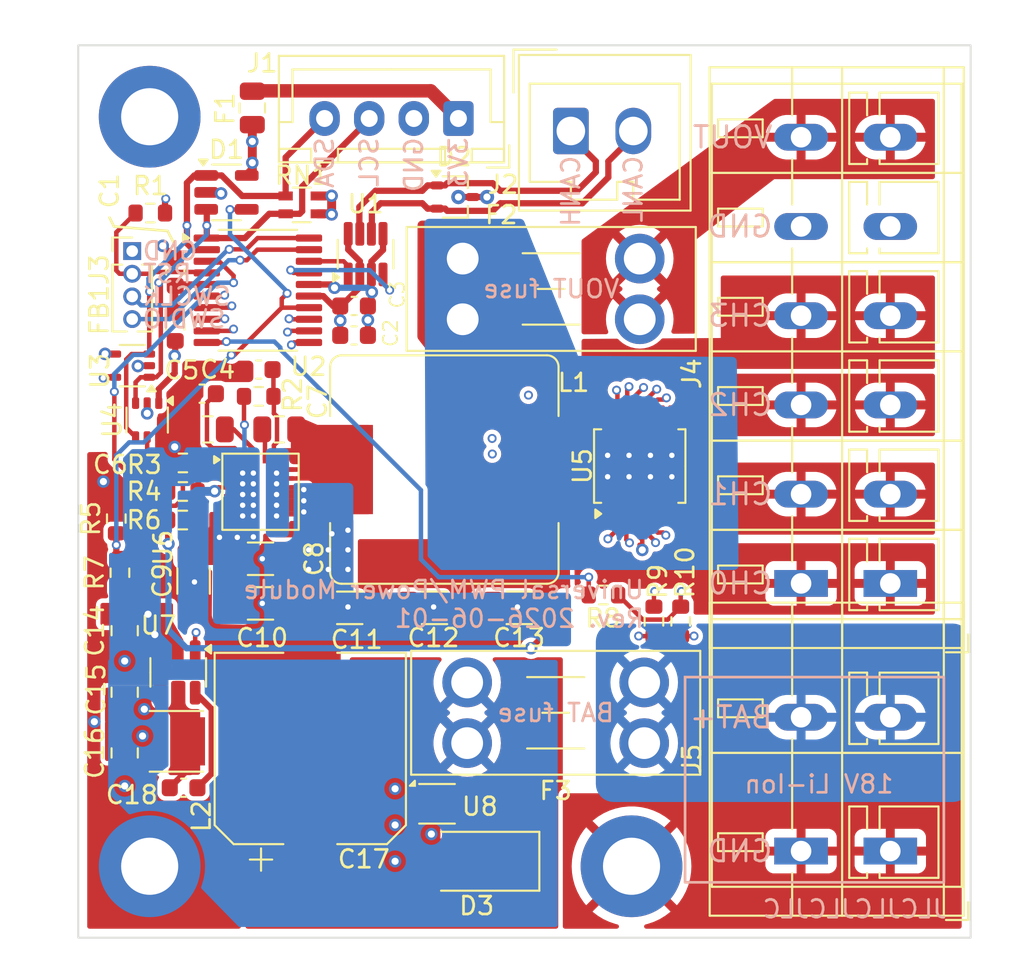
<source format=kicad_pcb>
(kicad_pcb (version 20241229) (generator "pcbnew") (generator_version "9.0")
  (title_block (title "Universal PWM/Power Module") (date "2024-06-13") (rev "1"))
  (layers (0 "F.Cu" signal) (4 "In1.Cu" signal) (6 "In2.Cu" signal) (2 "B.Cu" signal) (13 "F.Paste" user) (15 "B.Paste" user) (5 "F.SilkS" user "F.Silkscreen") (7 "B.SilkS" user "B.Silkscreen") (1 "F.Mask" user) (3 "B.Mask" user) (25 "Edge.Cuts" user))
  (net 0 "")
  (net 1 "Net-(U6-TON)")
  (net 2 "GNDA")
  (net 3 "Net-(U6-SS)")
  (net 4 "Net-(U6-VCC)")
  (net 5 "Net-(U6-BST)")
  (net 6 "GNDPWR")
  (net 7 "Net-(J1-Pin_1)")
  (net 9 "/LX")
  (net 10 "VH")
  (net 11 "VBAT")
  (net 12 "/FB")
  (net 13 "/EN")
  (net 14 "/SWDIO")
  (net 15 "/CH2")
  (net 16 "/SCL")
  (net 17 "/CH4")
  (net 18 "/CAN_TX")
  (net 19 "/CH1")
  (net 20 "/SDA")
  (net 21 "/CAN_RX")
  (net 22 "/SWCLK")
  (net 23 "/CH3")
  (net 24 "VDD")
  (net 25 "/~{RST}")
  (net 26 "Net-(U5-SEn)")
  (net 27 "VDDA")
  (net 28 "/BATT_VOLTAGE")
  (net 29 "/SEL0")
  (net 30 "Net-(U4-B)")
  (net 31 "/SENSE")
  (net 32 "/SEL1")
  (net 34 "/OUT1")
  (net 35 "/OUT0")
  (net 36 "/OUT2")
  (net 37 "/OUT3")
  (net 39 "VBAT_Fused")
  (net 40 "VH_Fused")
  (net 41 "/BST")
  (net 42 "/SW")
  (net 44 "/CAN+")
  (net 45 "/CAN-")
  (net 46 "Net-(U5-CS)")
  (net 47 "/FRST")
  (footprint "Resistor_SMD:R_0603_1608Metric" (layer "F.Cu") (at 159.131 128.1176 90)
    (property "Reference" "R5")
    (property "Value" "10k")
  )
  (footprint "Capacitor_SMD:C_1206_3216Metric" (layer "F.Cu") (at 172.21 133.12)
    (property "Reference" "C11")
    (property "Value" "22µF")
  )
  (footprint "Capacitor_SMD:C_1206_3216Metric" (layer "F.Cu") (at 167.21 130.37 180)
    (property "Reference" "C8")
    (property "Value" "10µF")
  )
  (footprint "Resistor_SMD:R_0603_1608Metric" (layer "F.Cu") (at 161.036 110.998 180)
    (property "Reference" "R1")
    (property "Value" "10k")
  )
  (footprint "Inductor_SMD:L_TaiTech_TMPC1265_13.5x12.5mm" (layer "F.Cu") (at 177.51 125.37)
    (property "Reference" "L1")
    (property "Value" "10µH")
  )
  (footprint "Inductor_SMD:L_0603_1608Metric" (layer "F.Cu") (at 162.433 117.3735 -90)
    (property "Reference" "FB1")
    (property "Value" "FerriteBead")
  )
  (footprint "Resistor_SMD:R_0603_1608Metric" (layer "F.Cu") (at 162.86 128.2)
    (property "Reference" "R6")
    (property "Value" "56k")
  )
  (footprint "Resistor_SMD:R_0603_1608Metric" (layer "F.Cu") (at 189.2552 133.8792 90)
    (property "Reference" "R9")
    (property "Value" "10k")
  )
  (footprint "Capacitor_SMD:C_0603_1608Metric" (layer "F.Cu") (at 162.9 143.2 180)
    (property "Reference" "C18")
    (property "Value" "100n")
  )
  (footprint "Capacitor_SMD:C_0805_2012Metric" (layer "F.Cu") (at 168.26 123.12)
    (property "Reference" "C7")
    (property "Value" "C")
  )
  (footprint "MountingHole:MountingHole_3.2mm_M3_ISO7380_Pad_TopBottom" (layer "F.Cu") (at 161 105.6)
    (property "Reference" "H1" (hide yes))
    (property "Value" "MountingHole_Pad_MP")
  )
  (footprint "Package_TO_SOT_SMD:SOT-363_SC-70-6" (layer "F.Cu") (at 160.86 122.6 -90)
    (property "Reference" "U4")
    (property "Value" "MCP4017T-103")
  )
  (footprint "Connector_JST:JST_XH_B4B-XH-A_1x04_P2.50mm_Vertical" (layer "F.Cu") (at 178.3 105.7 180)
    (property "Reference" "J1")
    (property "Value" "JST")
  )
  (footprint "Diode_SMD:D_SMA" (layer "F.Cu") (at 179.324 147.32 180)
    (property "Reference" "D3")
    (property "Value" "SMA")
  )
  (footprint "Fuse:Fuseholder_Blade_Mini_Keystone_3568" (layer "F.Cu") (at 188.71 140.7 180)
    (property "Reference" "F3")
    (property "Value" "10A")
  )
  (footprint "Resistor_SMD:R_0603_1608Metric" (layer "F.Cu") (at 186.425 132.4 180)
    (property "Reference" "R8")
    (property "Value" "10k")
  )
  (footprint "Capacitor_SMD:C_0603_1608Metric" (layer "F.Cu") (at 172.453 117.856)
    (property "Reference" "C3")
    (property "Value" "100n")
  )
  (footprint "AOZ:AOZ_QFN-22_2EP_4x4mm_P0.5mm" (layer "F.Cu") (at 167.21 126.62)
    (property "Reference" "U6")
    (property "Value" "AOZ2254EQI-30" (hide yes))
  )
  (footprint "Capacitor_SMD:C_0603_1608Metric" (layer "F.Cu") (at 167.11 119.77 180)
    (property "Reference" "C4")
    (property "Value" "100")
  )
  (footprint "TerminalBlock_WAGO:TerminalBlock_WAGO_236-406_1x06_P5.00mm_45Degree" (layer "F.Cu") (at 197.5 131.75 90)
    (property "Reference" "J4")
    (property "Value" "Wago 236-4")
  )
  (footprint "Inductor_SMD:L_Neosid_SMS-ME3015" (layer "F.Cu") (at 162.5 140.6 180)
    (property "Reference" "L2")
    (property "Value" "4µ7 DJNR3015")
  )
  (footprint "Resistor_SMD:R_Array_Convex_2x0603" (layer "F.Cu") (at 169.5196 110.5408)
    (property "Reference" "RN1")
    (property "Value" "5k1")
  )
  (footprint "TerminalBlock_WAGO:TerminalBlock_WAGO_236-502_1x02_P7.50mm_45Degree" (layer "F.Cu") (at 197.5 146.75 90)
    (property "Reference" "J5")
    (property "Value" "Wago 236-5")
  )
  (footprint "Capacitor_SMD:C_0603_1608Metric" (layer "F.Cu") (at 162.433 114.3 -90)
    (property "Reference" "C1")
    (property "Value" "100n")
  )
  (footprint "Connector_PinHeader_1.27mm:PinHeader_1x04_P1.27mm_Vertical" (layer "F.Cu") (at 160.02 113.13)
    (property "Reference" "J3")
    (property "Value" "SWD")
  )
  (footprint "Capacitor_SMD:C_0603_1608Metric" (layer "F.Cu") (at 172.453 116.205)
    (property "Reference" "C2")
    (property "Value" "100n")
  )
  (footprint "Resistor_SMD:R_0603_1608Metric" (layer "F.Cu") (at 167.11 121.27 180)
    (property "Reference" "R2")
    (property "Value" "R")
  )
  (footprint "Capacitor_SMD:CP_Elec_10x10.5" (layer "F.Cu") (at 170 141 90)
    (property "Reference" "C17")
    (property "Value" "C_Polarized")
  )
  (footprint "Resistor_SMD:R_0603_1608Metric" (layer "F.Cu") (at 159.3342 131.1524 90)
    (property "Reference" "R7")
    (property "Value" "91k")
  )
  (footprint "Package_TO_SOT_SMD:TSOT-23-6" (layer "F.Cu") (at 162.6 136.7375 -90)
    (property "Reference" "U7")
    (property "Value" "AP63203WU")
  )
  (footprint "MountingHole:MountingHole_3.2mm_M3_ISO7380_Pad_TopBottom" (layer "F.Cu") (at 188 147.6)
    (property "Reference" "H3" (hide yes))
    (property "Value" "MountingHole_Pad_MP")
  )
  (footprint "Capacitor_SMD:C_0603_1608Metric" (layer "F.Cu") (at 163.935 121.12)
    (property "Reference" "C5")
    (property "Value" "C")
  )
  (footprint "Package_TO_SOT_SMD:SOT-323_SC-70" (layer "F.Cu") (at 178.1 110.1)
    (property "Reference" "D2")
    (property "Value" "ESDCAN02")
  )
  (footprint "Package_SO:PowerSSO-16-1EP_3.9x4.9mm_P0.5mm_EP2.5x3.61mm_ThermalVias" (layer "F.Cu") (at 188.46 125.175 90)
    (property "Reference" "U5")
    (property "Value" "VNQ9080AJ")
  )
  (footprint "Capacitor_SMD:C_0805_2012Metric" (layer "F.Cu") (at 159.6 137.85 -90)
    (property "Reference" "C15")
    (property "Value" "22µ")
  )
  (footprint "MountingHole:MountingHole_3.2mm_M3_ISO7380_Pad_TopBottom" (layer "F.Cu") (at 161 147.6)
    (property "Reference" "H2" (hide yes))
    (property "Value" "MountingHole_Pad_MP")
  )
  (footprint "Package_TO_SOT_SMD:TSOT-23-8" (layer "F.Cu") (at 173.1 113.3 90)
    (property "Reference" "U1")
    (property "Value" "TCAN3413DDFR")
  )
  (footprint "Capacitor_SMD:C_1206_3216Metric" (layer "F.Cu") (at 167.21 132.87 180)
    (property "Reference" "C10")
    (property "Value" "10µF")
  )
  (footprint "Package_SO:TSSOP-20_4.4x6.5mm_P0.65mm" (layer "F.Cu") (at 167.0625 115.325)
    (property "Reference" "U2")
    (property "Value" "STM32F042F6Px")
  )
  (footprint "Capacitor_SMD:C_1206_3216Metric" (layer "F.Cu") (at 181.71 133.12)
    (property "Reference" "C13")
    (property "Value" "22µF")
  )
  (footprint "Capacitor_SMD:C_1206_3216Metric" (layer "F.Cu") (at 176.96 133.12)
    (property "Reference" "C12")
    (property "Value" "22µF")
  )
  (footprint "Package_TO_SOT_SMD:SOT-353_SC-70-5" (layer "F.Cu") (at 160.025 119.55 180)
    (property "Reference" "U3")
    (property "Value" "AT24CS02-STUM")
  )
  (footprint "Resistor_SMD:R_0603_1608Metric" (layer "F.Cu") (at 162.86 126.6 180)
    (property "Reference" "R4")
    (property "Value" "3k3")
  )
  (footprint "Resistor_SMD:R_0603_1608Metric" (layer "F.Cu") (at 162.86 125 180)
    (property "Reference" "R3")
    (property "Value" "47k")
  )
  (footprint "Capacitor_SMD:C_1206_3216Metric" (layer "F.Cu") (at 163.46 131.62 90)
    (property "Reference" "C9")
    (property "Value" "10µF")
  )
  (footprint "Capacitor_SMD:C_0805_2012Metric" (layer "F.Cu") (at 159.6 134.4 90)
    (property "Reference" "C14")
    (property "Value" "10µ 25V")
  )
  (footprint "Capacitor_SMD:C_0805_2012Metric" (layer "F.Cu") (at 159.6 141.25 90)
    (property "Reference" "C16")
    (property "Value" "22µ")
  )
  (footprint "Capacitor_SMD:C_0805_2012Metric" (layer "F.Cu") (at 164.26 123.12 180)
    (property "Reference" "C6")
    (property "Value" "4µ7")
  )
  (footprint "Fuse:Fuse_0805_2012Metric" (layer "F.Cu") (at 166.751 105.1075 -90)
    (property "Reference" "F1")
    (property "Value" "Fuse")
  )
  (footprint "Connector_Wago:Wago_734-132_1x02_P3.50mm_Vertical" (layer "F.Cu") (at 184.6 106.4)
    (property "Reference" "J2")
    (property "Value" "CAN")
  )
  (footprint "Package_SON:WSON-6-1EP_2x2mm_P0.65mm_EP1x1.6mm" (layer "F.Cu") (at 177.1 144.1)
    (property "Reference" "U8")
    (property "Value" "TVS2700DRV")
  )
  (footprint "Fuse:Fuseholder_Blade_Mini_Keystone_3568" (layer "F.Cu") (at 178.54 113.55)
    (property "Reference" "F2")
    (property "Value" "10A")
  )
  (footprint "Resistor_SMD:R_0603_1608Metric" (layer "F.Cu") (at 190.7552 133.8792 -90)
    (property "Reference" "R10")
    (property "Value" "R")
  )
  (footprint "Package_TO_SOT_SMD:SOT-23-5" (layer "F.Cu") (at 165.3032 109.8409)
    (property "Reference" "D1")
    (property "Value" "ESDS314DBVR")
  )
  (footprint "NetTie:NetTie-2_SMD_Pad0.5mm" (layer "B.Cu") (at 164.1428 126.5936)
    (property "Reference" "NT1" (hide yes))
    (property "Value" "NetTie_2" (hide yes))
  )
  (gr_line (start 159 111.75) (end 162 112) (stroke (width 0.15)) (layer "F.SilkS"))
  (gr_line (start 158.75 111.25) (end 159 111.75) (stroke (width 0.15)) (layer "F.SilkS"))
  (gr_line (start 162 112) (end 162.433 112.82) (stroke (width 0.15)) (layer "F.SilkS"))
  (gr_rect (start 191 137) (end 205.5 148.5) (stroke (width 0.15)) (fill no) (layer "B.SilkS"))
  (gr_rect (start 157 101.6) (end 207 151.6) (stroke (width 0.1)) (fill no) (layer "Edge.Cuts"))
  (gr_text "CH2" (at 196 121.75 0) (layer "B.SilkS") (effects (font (size 1.2 1.2) (thickness 0.16)) (justify left mirror)))
  (gr_text "CH1" (at 196 126.75 0) (layer "B.SilkS") (effects (font (size 1.2 1.2) (thickness 0.16)) (justify left mirror)))
  (gr_text "BAT fuse" (at 183.75 139 0) (layer "B.SilkS") (effects (font (size 1 1)) (justify mirror)))
  (gr_text "SCL" (at 173.3 106.675 90) (layer "B.SilkS") (effects (font (size 1 1)) (justify left mirror)))
  (gr_text "GND" (at 160.52 113.13 0) (layer "B.SilkS") (effects (font (size 1 1)) (justify right mirror)))
  (gr_text "18V Li-Ion" (at 198.5 143 0) (layer "B.SilkS") (effects (font (size 1 1)) (justify mirror)))
  (gr_text "GND" (at 196 111.75 0) (layer "B.SilkS") (effects (font (size 1.2 1.2) (thickness 0.16)) (justify left mirror)))
  (gr_text "VOUT fuse" (at 183.5 115.25 0) (layer "B.SilkS") (effects (font (size 1 1)) (justify mirror)))
  (gr_text "3V3" (at 178.3 106.675 90) (layer "B.SilkS") (effects (font (size 1 1)) (justify left mirror)))
  (gr_text "CANL" (at 188.1 107.7 90) (layer "B.SilkS") (effects (font (size 1 1)) (justify left mirror)))
  (gr_text "CANH" (at 184.6 107.7 90) (layer "B.SilkS") (effects (font (size 1 1)) (justify left mirror)))
  (gr_text "JLCJLCJLCJLC" (at 200.5 150 0) (layer "B.SilkS") (effects (font (size 1 1)) (justify mirror)))
  (gr_text "VOUT" (at 196 106.75 0) (layer "B.SilkS") (effects (font (size 1.2 1.2) (thickness 0.16)) (justify left mirror)))
  (gr_text "${TITLE}\nRev. ${CURRENT_DATE}" (at 188.7802 134.3042 0) (layer "B.SilkS") (effects (font (size 1 1)) (justify left bottom mirror)))
  (gr_text "GND" (at 175.8 106.675 90) (layer "B.SilkS") (effects (font (size 1 1)) (justify left mirror)))
  (gr_text "BAT+" (at 196 139.25 0) (layer "B.SilkS") (effects (font (size 1.2 1.2) (thickness 0.16)) (justify left mirror)))
  (gr_text "GND" (at 196 146.75 0) (layer "B.SilkS") (effects (font (size 1.2 1.2) (thickness 0.16)) (justify left mirror)))
  (gr_text "CH0" (at 196 131.75 0) (layer "B.SilkS") (effects (font (size 1.2 1.2) (thickness 0.16)) (justify left mirror)))
  (gr_text "SWCLK" (at 160.52 115.67 0) (layer "B.SilkS") (effects (font (size 1 1)) (justify right mirror)))
  (gr_text "SDA" (at 170.8 106.675 90) (layer "B.SilkS") (effects (font (size 1 1)) (justify left mirror)))
  (gr_text "RST" (at 160.52 114.4 0) (layer "B.SilkS") (effects (font (size 1 1)) (justify right mirror)))
  (gr_text "CH3" (at 196 116.75 0) (layer "B.SilkS") (effects (font (size 1.2 1.2) (thickness 0.16)) (justify left mirror)))
  (gr_text "SWDIO" (at 160.52 116.94 0) (layer "B.SilkS") (effects (font (size 1 1)) (justify right mirror)))
  (segment (start 167.96 124.0151) (end 167.96 124.8) (width 0.25) (layer "F.Cu") (net 1))
  (segment (start 168.135 122.3999) (end 168.135 123.8401) (width 0.25) (layer "F.Cu") (net 1))
  (segment (start 167.96 122.2249) (end 168.135 122.3999) (width 0.25) (layer "F.Cu") (net 1))
  (segment (start 167.935 121.27) (end 167.96 121.295) (width 0.25) (layer "F.Cu") (net 1))
  (segment (start 168.135 123.8401) (end 167.96 124.0151) (width 0.25) (layer "F.Cu") (net 1))
  (segment (start 167.935 119.72) (end 167.935 121.27) (width 0.25) (layer "F.Cu") (net 1))
  (segment (start 167.96 121.295) (end 167.96 122.2249) (width 0.25) (layer "F.Cu") (net 1))
  (segment (start 165.39 126.37) (end 164.851319 126.37) (width 0.25) (layer "F.Cu") (net 2))
  (segment (start 164.851319 126.37) (end 164.639881 126.581438) (width 0.25) (layer "F.Cu") (net 2))
  (via (at 164.639881 126.581438) (size 0.7) (drill 0.4) (layers "F.Cu" "B.Cu") (net 2))
  (via (at 162.4 124.1) (size 0.7) (drill 0.4) (layers "F.Cu" "B.Cu") (net 2))
  (segment (start 165.76 124.17) (end 164.51 124.17) (width 0.25) (layer "F.Cu") (net 3))
  (segment (start 165.96 124.37) (end 165.76 124.17) (width 0.25) (layer "F.Cu") (net 3))
  (segment (start 164.21 123.87) (end 164.21 121.62) (width 0.25) (layer "F.Cu") (net 3))
  (segment (start 164.21 121.62) (end 164.71 121.12) (width 0.25) (layer "F.Cu") (net 3))
  (segment (start 165.96 124.8) (end 165.96 124.37) (width 0.25) (layer "F.Cu") (net 3))
  (segment (start 164.51 124.17) (end 164.21 123.87) (width 0.25) (layer "F.Cu") (net 3))
  (segment (start 166.96 124.37) (end 165.71 123.12) (width 0.25) (layer "F.Cu") (net 4))
  (segment (start 166.96 124.8) (end 166.96 124.37) (width 0.25) (layer "F.Cu") (net 4))
  (segment (start 165.71 123.12) (end 165.21 123.12) (width 0.25) (layer "F.Cu") (net 4))
  (segment (start 167.46 124.8) (end 167.46 123.27) (width 0.25) (layer "F.Cu") (net 5))
  (segment (start 167.46 123.27) (end 167.31 123.12) (width 0.25) (layer "F.Cu") (net 5))
  (segment (start 188.45 129.587902) (end 188.45 129.723298) (width 0.25) (layer "F.Cu") (net 6))
  (segment (start 162.425 113.525) (end 161.734761 112.834761) (width 0.35) (layer "F.Cu") (net 6))
  (segment (start 160.975 119.55) (end 160.36 119.55) (width 0.35) (layer "F.Cu") (net 6))
  (segment (start 159.075 120.2) (end 158.439458 120.2) (width 0.35) (layer "F.Cu") (net 6))
  (segment (start 158.631447 126.043247) (end 158.406 126.043247) (width 0.35) (layer "F.Cu") (net 6))
  (segment (start 172.125 113.0446) (end 172.125 112.1625) (width 0.35) (layer "F.Cu") (net 6))
  (segment (start 160.860001 122.221836) (end 160.86 122.221835) (width 0.35) (layer "F.Cu") (net 6))
  (segment (start 188.21 127.8) (end 188.21 128.915556) (width 0.25) (layer "F.Cu") (net 6))
  (segment (start 171.730572 116.205) (end 171.678 116.205) (width 0.35) (layer "F.Cu") (net 6))
  (segment (start 158.439458 120.2) (end 158.395 120.244458) (width 0.35) (layer "F.Cu") (net 6))
  (segment (start 164.9409 109.8409) (end 165 109.9) (width 0.35) (layer "F.Cu") (net 6))
  (segment (start 188.21 128.915556) (end 188.601702 129.307258) (width 0.25) (layer "F.Cu") (net 6))
  (segment (start 171.678 116.205) (end 171.678 117.0172) (width 0.35) (layer "F.Cu") (net 6))
  (segment (start 171.678 117.0184) (end 171.678 117.856) (width 0.35) (layer "F.Cu") (net 6))
  (segment (start 169.925 115.65) (end 170.725357 115.65) (width 0.35) (layer "F.Cu") (net 6))
  (segment (start 191.125 134.725) (end 191.15 134.7) (width 0.25) (layer "F.Cu") (net 6))
  (segment (start 172.775 114.4375) (end 172.775 113.6946) (width 0.35) (layer "F.Cu") (net 6))
  (segment (start 172.775 113.6946) (end 172.125 113.0446) (width 0.35) (layer "F.Cu") (net 6))
  (segment (start 159.131 126.5428) (end 158.631447 126.043247) (width 0.35) (layer "F.Cu") (net 6))
  (segment (start 171.6786 117.0178) (end 171.678 117.0184) (width 0.35) (layer "F.Cu") (net 6))
  (segment (start 172.775 114.4375) (end 172.775 115.160572) (width 0.35) (layer "F.Cu") (net 6))
  (segment (start 188.601702 129.307258) (end 188.601702 129.875) (width 0.25) (layer "F.Cu") (net 6))
  (segment (start 172.775 115.160572) (end 171.730572 116.205) (width 0.35) (layer "F.Cu") (net 6))
  (segment (start 160.86 122.221835) (end 160.86 121.65) (width 0.35) (layer "F.Cu") (net 6))
  (segment (start 160.36 119.55) (end 160.34 119.57) (width 0.35) (layer "F.Cu") (net 6))
  (segment (start 191.4958 134.7042) (end 191.5 134.7) (width 0.25) (layer "F.Cu") (net 6))
  (segment (start 162.433 113.525) (end 162.425 113.525) (width 0.35) (layer "F.Cu") (net 6))
  (segment (start 164.1657 109.8409) (end 164.9409 109.8409) (width 0.35) (layer "F.Cu") (net 6))
  (segment (start 179.1 110.1) (end 179.9 110.1) (width 0.35) (layer "F.Cu") (net 6))
  (segment (start 188.45 129.723298) (end 188.601702 129.875) (width 0.25) (layer "F.Cu") (net 6))
  (segment (start 190.7552 134.7042) (end 191.4958 134.7042) (width 0.25) (layer "F.Cu") (net 6))
  (segment (start 171.280357 116.205) (end 171.678 116.205) (width 0.35) (layer "F.Cu") (net 6))
  (segment (start 171.678 117.0172) (end 171.6786 117.0178) (width 0.35) (layer "F.Cu") (net 6))
  (segment (start 159.131 127.2926) (end 159.131 126.5428) (width 0.35) (layer "F.Cu") (net 6))
  (segment (start 170.725357 115.65) (end 171.280357 116.205) (width 0.35) (layer "F.Cu") (net 6))
  (segment (start 179.1 110.1) (end 178.3 110.1) (width 0.35) (layer "F.Cu") (net 6))
  (via (at 158.406 126.043247) (size 0.7) (drill 0.4) (layers "F.Cu" "B.Cu") (net 6))
  (via (at 188.601702 129.875) (size 0.7) (drill 0.4) (layers "F.Cu" "B.Cu") (net 6))
  (via (at 176.784 145.796) (size 0.7) (drill 0.4) (layers "F.Cu" "B.Cu") (net 6))
  (via (at 181.61 133.07) (size 0.5) (drill 0.3) (layers "F.Cu" "B.Cu") (net 6))
  (via (at 174.752 143.256) (size 0.7) (drill 0.4) (layers "F.Cu" "B.Cu") (net 6))
  (via (at 169.635 126.495) (size 0.5) (drill 0.3) (layers "F.Cu" "B.Cu") (net 6))
  (via (at 172.11 130.97) (size 0.5) (drill 0.3) (layers "F.Cu" "B.Cu") (net 6))
  (via (at 167.31 130.37) (size 0.5) (drill 0.3) (layers "F.Cu" "B.Cu") (net 6))
  (via (at 169.91 129.87) (size 0.5) (drill 0.3) (layers "F.Cu" "B.Cu") (net 6))
  (via (at 159.6 143.1) (size 0.7) (drill 0.4) (layers "F.Cu" "B.Cu") (net 6))
  (via (at 171.01 130.97) (size 0.5) (drill 0.3) (layers "F.Cu" "B.Cu") (net 6))
  (via (at 169.635 127.12) (size 0.5) (drill 0.3) (layers "F.Cu" "B.Cu") (net 6))
  (via (at 172.11 129.87) (size 0.5) (drill 0.3) (layers "F.Cu" "B.Cu") (net 6))
  (via (at 163.51 131.67) (size 0.5) (drill 0.3) (layers "F.Cu" "B.Cu") (net 6))
  (via (at 169.91 130.97) (size 0.5) (drill 0.3) (layers "F.Cu" "B.Cu") (net 6))
  (via (at 171.01 129.87) (size 0.5) (drill 0.3) (layers "F.Cu" "B.Cu") (net 6))
  (via (at 179.9 110.1) (size 0.8) (drill 0.4) (layers "F.Cu" "B.Cu") (net 6))
  (via (at 158.395 120.244458) (size 0.5) (drill 0.3) (layers "F.Cu" "B.Cu") (net 6))
  (via (at 172.11 128.77) (size 0.5) (drill 0.3) (layers "F.Cu" "B.Cu") (net 6))
  (via (at 159.6 136.1) (size 0.7) (drill 0.4) (layers "F.Cu" "B.Cu") (net 6))
  (via (at 171.6786 117.0178) (size 0.7) (drill 0.4) (layers "F.Cu" "B.Cu") (net 6))
  (via (at 176.91 133.07) (size 0.5) (drill 0.3) (layers "F.Cu" "B.Cu") (net 6))
  (via (at 191.5 134.7) (size 0.5) (drill 0.3) (layers "F.Cu" "B.Cu") (net 6))
  (via (at 169.635 127.745) (size 0.5) (drill 0.3) (layers "F.Cu" "B.Cu") (net 6))
  (via (at 160.860001 122.221836) (size 0.7) (drill 0.4) (layers "F.Cu" "B.Cu") (net 6))
  (via (at 172.11 133.07) (size 0.5) (drill 0.3) (layers "F.Cu" "B.Cu") (net 6))
  (via (at 157.9 139.5) (size 0.7) (drill 0.4) (layers "F.Cu" "B.Cu") (net 6))
  (via (at 174.752 147.32) (size 0.7) (drill 0.4) (layers "F.Cu" "B.Cu") (net 6))
  (via (at 178.3 110.1) (size 0.8) (drill 0.4) (layers "F.Cu" "B.Cu") (net 6))
  (via (at 161.734761 112.834761) (size 0.7) (drill 0.4) (layers "F.Cu" "B.Cu") (net 6))
  (via (at 160.34 119.57) (size 0.7) (drill 0.4) (layers "F.Cu" "B.Cu") (net 6))
  (via (at 174.752 145.288) (size 0.7) (drill 0.4) (layers "F.Cu" "B.Cu") (net 6))
  (via (at 165 109.9) (size 0.7) (drill 0.4) (layers "F.Cu" "B.Cu") (net 6))
  (via (at 167.31 132.87) (size 0.5) (drill 0.3) (layers "F.Cu" "B.Cu") (net 6))
  (via (at 171.21 128.97) (size 0.5) (drill 0.3) (layers "F.Cu" "B.Cu") (net 6))
  (segment (start 166.771 104.15) (end 166.751 104.17) (width 0.75) (layer "F.Cu") (net 7))
  (segment (start 176.75 104.15) (end 166.771 104.15) (width 0.75) (layer "F.Cu") (net 7))
  (segment (start 178.3 105.7) (end 176.75 104.15) (width 0.75) (layer "F.Cu") (net 7))
  (segment (start 168.115 126.775) (end 168.115 126.795) (width 0.25) (layer "F.Cu") (net 9))
  (segment (start 168.11 126.17) (end 168.115 126.765) (width 0.25) (layer "F.Cu") (net 9))
  (segment (start 168.46 124.8) (end 168.46 125.37) (width 0.25) (layer "F.Cu") (net 9))
  (segment (start 169.03 125.37) (end 168.46 125.37) (width 0.25) (layer "F.Cu") (net 9))
  (segment (start 168.115 126.285) (end 168.11 126.17) (width 0.25) (layer "F.Cu") (net 9))
  (segment (start 168.115 126.765) (end 168.11 126.77) (width 0.25) (layer "F.Cu") (net 9))
  (segment (start 168.11 126.77) (end 168.115 126.775) (width 0.25) (layer "F.Cu") (net 9))
  (segment (start 169.03 125.87) (end 168.53 125.87) (width 0.25) (layer "F.Cu") (net 9))
  (via (at 168.11 126.77) (size 0.5) (drill 0.3) (layers "F.Cu" "B.Cu") (net 9))
  (via (at 168.11 127.97) (size 0.5) (drill 0.3) (layers "F.Cu" "B.Cu") (net 9))
  (via (at 168.11 125.57) (size 0.5) (drill 0.3) (layers "F.Cu" "B.Cu") (net 9))
  (via (at 168.11 126.17) (size 0.5) (drill 0.3) (layers "F.Cu" "B.Cu") (net 9))
  (via (at 168.11 127.37) (size 0.5) (drill 0.3) (layers "F.Cu" "B.Cu") (net 9))
  (segment (start 162.035 128.2) (end 162.035 129.523) (width 0.35) (layer "F.Cu") (net 10))
  (segment (start 162.035 129.523) (end 162.052 129.54) (width 0.35) (layer "F.Cu") (net 10))
  (segment (start 183.185 134.569) (end 183.185 133.12) (width 0.35) (layer "F.Cu") (net 10))
  (segment (start 182.372 135.382) (end 183.185 134.569) (width 0.35) (layer "F.Cu") (net 10))
  (via (at 162.052 129.54) (size 0.7) (drill 0.4) (layers "F.Cu" "B.Cu") (net 10))
  (via (at 182.372 135.382) (size 0.7) (drill 0.4) (layers "F.Cu" "B.Cu") (net 10))
  (segment (start 163.068 135.382) (end 182.372 135.382) (width 0.35) (layer "B.Cu") (net 10))
  (segment (start 162.052 129.54) (end 162.052 134.366) (width 0.35) (layer "B.Cu") (net 10))
  (segment (start 162.052 134.366) (end 163.068 135.382) (width 0.35) (layer "B.Cu") (net 10))
  (segment (start 163.685 128.2) (end 163.685 126.6) (width 0.25) (layer "F.Cu") (net 12))
  (segment (start 163.94 125.87) (end 163.685 126.125) (width 0.25) (layer "F.Cu") (net 12))
  (segment (start 165.39 125.87) (end 163.94 125.87) (width 0.25) (layer "F.Cu") (net 12))
  (segment (start 163.685 126.125) (end 163.685 126.6) (width 0.25) (layer "F.Cu") (net 12))
  (segment (start 163.685 125) (end 162.86 125.825) (width 0.25) (layer "F.Cu") (net 13))
  (segment (start 159.02 124.808004) (end 159.02 120.88) (width 0.25) (layer "F.Cu") (net 13))
  (segment (start 165.39 125.37) (end 164.83 125.37) (width 0.25) (layer "F.Cu") (net 13))
  (segment (start 164.83 125.37) (end 164.46 125) (width 0.25) (layer "F.Cu") (net 13))
  (segment (start 162.458004 127.4) (end 161.611996 127.4) (width 0.25) (layer "F.Cu") (net 13))
  (segment (start 161.611996 127.4) (end 159.02 124.808004) (width 0.25) (layer "F.Cu") (net 13))
  (segment (start 164.2 113.7) (end 164.891312 113.7) (width 0.25) (layer "F.Cu") (net 13))
  (segment (start 164.891312 113.7) (end 165.7 114.508688) (width 0.25) (layer "F.Cu") (net 13))
  (segment (start 162.86 126.998004) (end 162.458004 127.4) (width 0.25) (layer "F.Cu") (net 13))
  (segment (start 165.7 114.508688) (end 165.7 114.9) (width 0.25) (layer "F.Cu") (net 13))
  (segment (start 162.86 125.825) (end 162.86 126.998004) (width 0.25) (layer "F.Cu") (net 13))
  (segment (start 164.46 125) (end 163.685 125) (width 0.25) (layer "F.Cu") (net 13))
  (via (at 165.7 114.9) (size 0.5) (drill 0.3) (layers "F.Cu" "B.Cu") (net 13))
  (via (at 159.02 121.01) (size 0.5) (drill 0.3) (layers "F.Cu" "B.Cu") (net 13))
  (segment (start 160.755 118.945) (end 160.081116 118.945) (width 0.25) (layer "B.Cu") (net 13))
  (segment (start 159.02 120.006116) (end 159.02 121.01) (width 0.25) (layer "B.Cu") (net 13))
  (segment (start 165.7 114.9) (end 164.8 114.9) (width 0.25) (layer "B.Cu") (net 13))
  (segment (start 160.081116 118.945) (end 159.02 120.006116) (width 0.25) (layer "B.Cu") (net 13))
  (segment (start 164.8 114.9) (end 160.755 118.945) (width 0.25) (layer "B.Cu") (net 13))
  (segment (start 166.443502 113.6396) (end 166.0652 113.6396) (width 0.25) (layer "F.Cu") (net 14))
  (segment (start 169.925 113.05) (end 167.033102 113.05) (width 0.25) (layer "F.Cu") (net 14))
  (segment (start 167.033102 113.05) (end 166.443502 113.6396) (width 0.25) (layer "F.Cu") (net 14))
  (via (at 166.0652 113.6396) (size 0.5) (drill 0.3) (layers "F.Cu" "B.Cu") (net 14))
  (segment (start 162.123604 116.94) (end 165.424004 113.6396) (width 0.25) (layer "B.Cu") (net 14))
  (segment (start 165.424004 113.6396) (end 166.0652 113.6396) (width 0.25) (layer "B.Cu") (net 14))
  (segment (start 160.02 116.94) (end 162.123604 116.94) (width 0.25) (layer "B.Cu") (net 14))
  (segment (start 189.21 128.642764) (end 189.21 127.8) (width 0.25) (layer "F.Cu") (net 15))
  (segment (start 165.5 116.3) (end 165.6 116.2) (width 0.25) (layer "F.Cu") (net 15))
  (segment (start 189.467236 128.9) (end 189.21 128.642764) (width 0.25) (layer "F.Cu") (net 15))
  (segment (start 164.2 116.3) (end 165.5 116.3) (width 0.25) (layer "F.Cu") (net 15))
  (segment (start 189.771312 128.9) (end 189.467236 128.9) (width 0.25) (layer "F.Cu") (net 15))
  (segment (start 189.921312 129.05) (end 189.771312 128.9) (width 0.25) (layer "F.Cu") (net 15))
  (via (at 189.921312 129.05) (size 0.5) (drill 0.3) (layers "F.Cu" "B.Cu") (net 15))
  (via (at 165.6 116.2) (size 0.5) (drill 0.3) (layers "F.Cu" "B.Cu") (net 15))
  (segment (start 167.6988 111.0408) (end 168.6196 111.0408) (width 0.35) (layer "F.Cu") (net 16))
  (segment (start 160.975 120.2) (end 161.37 120.2) (width 0.25) (layer "F.Cu") (net 16))
  (segment (start 160.21 121.65) (end 160.21 120.48) (width 0.25) (layer "F.Cu") (net 16))
  (segment (start 160.21 120.48) (end 160.49 120.2) (width 0.25) (layer "F.Cu") (net 16))
  (segment (start 164.2 112.4) (end 166.3396 112.4) (width 0.35) (layer "F.Cu") (net 16))
  (segment (start 164.2 110.8252) (end 164.1657 110.7909) (width 0.35) (layer "F.Cu") (net 16))
  (segment (start 173.3 105.7604) (end 173.3 105.7) (width 0.35) (layer "F.Cu") (net 16))
  (segment (start 169.545 110.8964) (end 169.545 109.5154) (width 0.35) (layer "F.Cu") (net 16))
  (segment (start 166.3396 112.4) (end 167.6988 111.0408) (width 0.35) (layer "F.Cu") (net 16))
  (segment (start 164.2 112.4) (end 164.2 110.8252) (width 0.35) (layer "F.Cu") (net 16))
  (segment (start 161.625 115.017) (end 161.508 114.9) (width 0.25) (layer "F.Cu") (net 16))
  (segment (start 168.6196 111.0408) (end 169.4006 111.0408) (width 0.35) (layer "F.Cu") (net 16))
  (segment (start 160.49 120.2) (end 160.975 120.2) (width 0.25) (layer "F.Cu") (net 16))
  (segment (start 169.4006 111.0408) (end 169.545 110.8964) (width 0.35) (layer "F.Cu") (net 16))
  (segment (start 161.625 119.945) (end 161.625 115.017) (width 0.25) (layer "F.Cu") (net 16))
  (segment (start 169.545 109.5154) (end 173.3 105.7604) (width 0.35) (layer "F.Cu") (net 16))
  (segment (start 161.37 120.2) (end 161.625 119.945) (width 0.25) (layer "F.Cu") (net 16))
  (via (at 164.2 111.7) (size 0.5) (drill 0.3) (layers "F.Cu" "B.Cu") (net 16))
  (via (at 161.508 114.9) (size 0.5) (drill 0.3) (layers "F.Cu" "B.Cu") (net 16))
  (segment (start 164.2 112.208) (end 164.2 111.7) (width 0.25) (layer "B.Cu") (net 16))
  (segment (start 161.508 114.9) (end 164.2 112.208) (width 0.25) (layer "B.Cu") (net 16))
  (segment (start 164.2 117.6) (end 165.6 117.6) (width 0.25) (layer "F.Cu") (net 17))
  (segment (start 187.71 121.303604) (end 187.76 121.253604) (width 0.25) (layer "F.Cu") (net 17))
  (segment (start 165.6 117.6) (end 165.7 117.5) (width 0.25) (layer "F.Cu") (net 17))
  (segment (start 187.76 120.822457) (end 187.857457 120.725) (width 0.25) (layer "F.Cu") (net 17))
  (segment (start 187.71 122.55) (end 187.71 121.303604) (width 0.25) (layer "F.Cu") (net 17))
  (segment (start 187.76 121.253604) (end 187.76 120.822457) (width 0.25) (layer "F.Cu") (net 17))
  (via (at 180.2 124.5) (size 0.5) (drill 0.3) (layers "F.Cu" "B.Cu") (net 17))
  (via (at 165.7 117.5) (size 0.5) (drill 0.3) (layers "F.Cu" "B.Cu") (net 17))
  (via (at 182.225 121.2) (size 0.5) (drill 0.3) (layers "F.Cu" "B.Cu") (net 17))
  (via (at 187.857457 120.725) (size 0.5) (drill 0.3) (layers "F.Cu" "B.Cu") (net 17))
  (segment (start 171.866 113.7) (end 169.925 113.7) (width 0.25) (layer "F.Cu") (net 18))
  (segment (start 172.125 114.4375) (end 172.125 113.959) (width 0.25) (layer "F.Cu") (net 18))
  (segment (start 172.125 113.959) (end 171.866 113.7) (width 0.25) (layer "F.Cu") (net 18))
  (segment (start 165.15 115.65) (end 165.2 115.6) (width 0.25) (layer "F.Cu") (net 19))
  (segment (start 187.71 129.299299) (end 187.885215 129.474514) (width 0.25) (layer "F.Cu") (net 19))
  (segment (start 187.71 127.8) (end 187.71 129.299299) (width 0.25) (layer "F.Cu") (net 19))
  (segment (start 164.2 115.65) (end 165.15 115.65) (width 0.25) (layer "F.Cu") (net 19))
  (via (at 165.2 115.6) (size 0.5) (drill 0.3) (layers "F.Cu" "B.Cu") (net 19))
  (via (at 187.885215 129.474514) (size 0.5) (drill 0.3) (layers "F.Cu" "B.Cu") (net 19))
  (segment (start 163.503201 108.8909) (end 164.1657 108.8909) (width 0.35) (layer "F.Cu") (net 20))
  (segment (start 159.685 119.199695) (end 159.984695 118.9) (width 0.25) (layer "F.Cu") (net 20))
  (segment (start 159.984695 118.9) (end 160.975 118.9) (width 0.25) (layer "F.Cu") (net 20))
  (segment (start 168.6196 107.8804) (end 170.8 105.7) (width 0.35) (layer "F.Cu") (net 20))
  (segment (start 165.031582 108.8909) (end 164.1657 108.8909) (width 0.35) (layer "F.Cu") (net 20))
  (segment (start 163.0875 109.306601) (end 163.503201 108.8909) (width 0.35) (layer "F.Cu") (net 20))
  (segment (start 166.181482 110.0408) (end 165.031582 108.8909) (width 0.35) (layer "F.Cu") (net 20))
  (segment (start 160.975 115.425) (end 160.975 118.9) (width 0.25) (layer "F.Cu") (net 20))
  (segment (start 160.21 123.55) (end 159.685 123.025) (width 0.25) (layer "F.Cu") (net 20))
  (segment (start 163.0875 112.699522) (end 163.0875 109.306601) (width 0.35) (layer "F.Cu") (net 20))
  (segment (start 161 115.4) (end 160.975 115.425) (width 0.25) (layer "F.Cu") (net 20))
  (segment (start 164.2 113.05) (end 163.437978 113.05) (width 0.35) (layer "F.Cu") (net 20))
  (segment (start 163.437978 113.05) (end 163.0875 112.699522) (width 0.35) (layer "F.Cu") (net 20))
  (segment (start 168.6196 110.0408) (end 166.181482 110.0408) (width 0.35) (layer "F.Cu") (net 20))
  (segment (start 168.6196 110.0408) (end 168.6196 107.8804) (width 0.35) (layer "F.Cu") (net 20))
  (segment (start 159.685 123.025) (end 159.685 119.199695) (width 0.25) (layer "F.Cu") (net 20))
  (via (at 161 115.4) (size 0.5) (drill 0.3) (layers "F.Cu" "B.Cu") (net 20))
  (via (at 163.0875 111.7) (size 0.5) (drill 0.3) (layers "F.Cu" "B.Cu") (net 20))
  (segment (start 160.933 115.333) (end 160.933 114.661827) (width 0.25) (layer "B.Cu") (net 20))
  (segment (start 161 115.4) (end 160.933 115.333) (width 0.25) (layer "B.Cu") (net 20))
  (segment (start 163.1 112.5) (end 163.1 111.7125) (width 0.25) (layer "B.Cu") (net 20))
  (segment (start 160.933 114.661827) (end 163.094827 112.5) (width 0.25) (layer "B.Cu") (net 20))
  (segment (start 163.1 111.7125) (end 163.0875 111.7) (width 0.25) (layer "B.Cu") (net 20))
  (segment (start 163.094827 112.5) (end 163.1 112.5) (width 0.25) (layer "B.Cu") (net 20))
  (segment (start 174.075 114.9438) (end 174.4472 115.316) (width 0.25) (layer "F.Cu") (net 21))
  (segment (start 174.075 114.4375) (end 174.075 114.9438) (width 0.25) (layer "F.Cu") (net 21))
  (segment (start 169.925 114.35) (end 169.057007 114.35) (width 0.25) (layer "F.Cu") (net 21))
  (segment (start 169.057007 114.35) (end 168.90276 114.195753) (width 0.25) (layer "F.Cu") (net 21))
  (via (at 168.90276 114.195753) (size 0.5) (drill 0.3) (layers "F.Cu" "B.Cu") (net 21))
  (via (at 174.4472 115.316) (size 0.5) (drill 0.3) (layers "F.Cu" "B.Cu") (net 21))
  (segment (start 168.90276 114.195753) (end 173.326953 114.195753) (width 0.25) (layer "B.Cu") (net 21))
  (segment (start 173.326953 114.195753) (end 174.4472 115.316) (width 0.25) (layer "B.Cu") (net 21))
  (segment (start 167.046706 112.4) (end 166.416706 113.03) (width 0.25) (layer "F.Cu") (net 22))
  (segment (start 169.925 112.4) (end 167.046706 112.4) (width 0.25) (layer "F.Cu") (net 22))
  (segment (start 166.416706 113.03) (end 165.4556 113.03) (width 0.25) (layer "F.Cu") (net 22))
  (via (at 165.4556 113.03) (size 0.5) (drill 0.3) (layers "F.Cu" "B.Cu") (net 22))
  (segment (start 162.257209 116.169999) (end 165.397208 113.03) (width 0.25) (layer "B.Cu") (net 22))
  (segment (start 160.519999 116.169999) (end 162.257209 116.169999) (width 0.25) (layer "B.Cu") (net 22))
  (segment (start 160.02 115.67) (end 160.519999 116.169999) (width 0.25) (layer "B.Cu") (net 22))
  (segment (start 165.397208 113.03) (end 165.4556 113.03) (width 0.25) (layer "B.Cu") (net 22))
  (segment (start 189.957572 121.352781) (end 189.860353 121.45) (width 0.25) (layer "F.Cu") (net 23))
  (segment (start 164.2 116.95) (end 165.182933 116.95) (width 0.25) (layer "F.Cu") (net 23))
  (segment (start 189.21 121.707236) (end 189.21 122.55) (width 0.25) (layer "F.Cu") (net 23))
  (segment (start 189.467236 121.45) (end 189.21 121.707236) (width 0.25) (layer "F.Cu") (net 23))
  (segment (start 165.182933 116.95) (end 165.207933 116.925) (width 0.25) (layer "F.Cu") (net 23))
  (segment (start 189.860353 121.45) (end 189.467236 121.45) (width 0.25) (layer "F.Cu") (net 23))
  (via (at 165.207933 116.925) (size 0.5) (drill 0.3) (layers "F.Cu" "B.Cu") (net 23))
  (via (at 189.957572 121.352781) (size 0.5) (drill 0.3) (layers "F.Cu" "B.Cu") (net 23))
  (via (at 180.188057 123.628059) (size 0.5) (drill 0.3) (layers "F.Cu" "B.Cu") (net 23))
  (segment (start 171.196 110.0328) (end 171.196 111.0742) (width 0.5) (layer "F.Cu") (net 24))
  (segment (start 170.4196 110.0408) (end 171.188 110.0408) (width 0.5) (layer "F.Cu") (net 24))
  (segment (start 171.1626 111.0408) (end 171.196 111.0742) (width 0.5) (layer "F.Cu") (net 24))
  (segment (start 166.751 106.045) (end 166.751 106.9848) (width 0.5) (layer "F.Cu") (net 24))
  (segment (start 173.425 114.4375) (end 173.425 113.714428) (width 0.35) (layer "F.Cu") (net 24))
  (segment (start 188.9 134.725) (end 189.176996 134.725) (width 0.25) (layer "F.Cu") (net 24))
  (segment (start 171.188 110.0408) (end 171.196 110.0328) (width 0.5) (layer "F.Cu") (net 24))
  (segment (start 161.51 120.865) (end 162.4 119.975) (width 0.35) (layer "F.Cu") (net 24))
  (segment (start 163.55 134.55) (end 163.6 134.5) (width 0.25) (layer "F.Cu") (net 24))
  (segment (start 166.751 108.1786) (end 166.751 108.5806) (width 0.5) (layer "F.Cu") (net 24))
  (segment (start 173.425 116.008) (end 173.228 116.205) (width 0.35) (layer "F.Cu") (net 24))
  (segment (start 158.51 118.9) (end 158.5 118.89) (width 0.35) (layer "F.Cu") (net 24))
  (segment (start 162.433 118.967) (end 162.4 119) (width 0.35) (layer "F.Cu") (net 24))
  (segment (start 162.4 119.975) (end 162.4 119) (width 0.35) (layer "F.Cu") (net 24))
  (segment (start 173.228 116.9924) (end 173.228 117.856) (width 0.35) (layer "F.Cu") (net 24))
  (segment (start 171.171373 115) (end 171.35643 115.185057) (width 0.35) (layer "F.Cu") (net 24))
  (segment (start 162.433 118.161) (end 162.433 118.967) (width 0.35) (layer "F.Cu") (net 24))
  (segment (start 173.425 113.714428) (end 174.075 113.064428) (width 0.35) (layer "F.Cu") (net 24))
  (segment (start 163.55 135.6) (end 163.55 134.55) (width 0.25) (layer "F.Cu") (net 24))
  (segment (start 169.925 115) (end 171.171373 115) (width 0.35) (layer "F.Cu") (net 24))
  (segment (start 161.861 110.239) (end 161.9 110.2) (width 0.35) (layer "F.Cu") (net 24))
  (segment (start 189.2552 134.7042) (end 188.4042 134.7042) (width 0.25) (layer "F.Cu") (net 24))
  (segment (start 188.4042 134.7042) (end 188.4 134.7) (width 0.25) (layer "F.Cu") (net 24))
  (segment (start 170.4196 111.0408) (end 171.1626 111.0408) (width 0.5) (layer "F.Cu") (net 24))
  (segment (start 161.861 110.998) (end 161.861 110.239) (width 0.35) (layer "F.Cu") (net 24))
  (segment (start 161.51 121.65) (end 161.51 120.865) (width 0.35) (layer "F.Cu") (net 24))
  (segment (start 166.751 106.9848) (end 166.751 108.1786) (width 0.5) (layer "F.Cu") (net 24))
  (segment (start 166.751 108.5806) (end 166.4407 108.8909) (width 0.5) (layer "F.Cu") (net 24))
  (segment (start 159.075 118.9) (end 158.51 118.9) (width 0.35) (layer "F.Cu") (net 24))
  (segment (start 173.425 114.4375) (end 173.425 116.008) (width 0.35) (layer "F.Cu") (net 24))
  (segment (start 174.075 113.064428) (end 174.075 112.1625) (width 0.35) (layer "F.Cu") (net 24))
  (segment (start 173.228 116.205) (end 173.228 116.9924) (width 0.35) (layer "F.Cu") (net 24))
  (via (at 163.6 134.5) (size 0.5) (drill 0.3) (layers "F.Cu" "B.Cu") (net 24))
  (via (at 162.4 119) (size 0.7) (drill 0.4) (layers "F.Cu" "B.Cu") (net 24))
  (via (at 160.7 138.8) (size 0.7) (drill 0.4) (layers "F.Cu" "B.Cu") (net 24))
  (via (at 161.9 110.2) (size 0.5) (drill 0.3) (layers "F.Cu" "B.Cu") (net 24))
  (via (at 158.5 118.89) (size 0.7) (drill 0.4) (layers "F.Cu" "B.Cu") (net 24))
  (via (at 171.196 111.0742) (size 0.7) (drill 0.4) (layers "F.Cu" "B.Cu") (net 24))
  (via (at 160.6 140.3) (size 0.7) (drill 0.4) (layers "F.Cu" "B.Cu") (net 24))
  (via (at 166.751 106.9848) (size 0.7) (drill 0.4) (layers "F.Cu" "B.Cu") (net 24))
  (via (at 188.4 134.7) (size 0.5) (drill 0.3) (layers "F.Cu" "B.Cu") (net 24))
  (via (at 171.35643 115.185057) (size 0.7) (drill 0.4) (layers "F.Cu" "B.Cu") (net 24))
  (via (at 173.448161 115.429794) (size 0.7) (drill 0.4) (layers "F.Cu" "B.Cu") (net 24))
  (via (at 173.228 116.9924) (size 0.7) (drill 0.4) (layers "F.Cu" "B.Cu") (net 24))
  (via (at 166.751 108.1786) (size 0.7) (drill 0.4) (layers "F.Cu" "B.Cu") (net 24))
  (via (at 171.196 110.0328) (size 0.7) (drill 0.4) (layers "F.Cu" "B.Cu") (net 24))
  (segment (start 173.448161 115.429794) (end 173.203424 115.185057) (width 0.35) (layer "B.Cu") (net 24))
  (segment (start 173.203424 115.185057) (end 171.35643 115.185057) (width 0.35) (layer "B.Cu") (net 24))
  (segment (start 159.131 114.218106) (end 159.131 112.078) (width 0.25) (layer "F.Cu") (net 25))
  (segment (start 161.136 114.3) (end 161.036 114.4) (width 0.25) (layer "F.Cu") (net 25))
  (segment (start 161.036 114.4) (end 160.328894 114.4) (width 0.25) (layer "F.Cu") (net 25))
  (segment (start 160.328894 114.4) (end 160.211 114.282106) (width 0.25) (layer "F.Cu") (net 25))
  (segment (start 164.15 114.3) (end 161.136 114.3) (width 0.25) (layer "F.Cu") (net 25))
  (segment (start 159.131 112.078) (end 160.211 110.998) (width 0.25) (layer "F.Cu") (net 25))
  (segment (start 160.02 114.4) (end 159.312894 114.4) (width 0.25) (layer "F.Cu") (net 25))
  (segment (start 159.312894 114.4) (end 159.131 114.218106) (width 0.25) (layer "F.Cu") (net 25))
  (segment (start 164.2 114.35) (end 164.15 114.3) (width 0.25) (layer "F.Cu") (net 25))
  (segment (start 187.21 127.8) (end 187.21 128.717208) (width 0.25) (layer "F.Cu") (net 26))
  (segment (start 189.2552 133.0542) (end 189.2552 132.2448) (width 0.25) (layer "F.Cu") (net 26))
  (segment (start 189.2552 132.2448) (end 189.3 132.2) (width 0.25) (layer "F.Cu") (net 26))
  (segment (start 187.21 128.717208) (end 186.675 129.252208) (width 0.25) (layer "F.Cu") (net 26))
  (via (at 186.675 129.252208) (size 0.5) (drill 0.3) (layers "F.Cu" "B.Cu") (net 26))
  (via (at 189.3 132.2) (size 0.5) (drill 0.3) (layers "F.Cu" "B.Cu") (net 26))
  (segment (start 162.508 115) (end 162.433 115.075) (width 0.35) (layer "F.Cu") (net 27))
  (segment (start 164.2 115) (end 162.508 115) (width 0.35) (layer "F.Cu") (net 27))
  (segment (start 162.433 116.586) (end 162.433 115.075) (width 0.35) (layer "F.Cu") (net 27))
  (segment (start 168.4 116.3) (end 168.4 115.8) (width 0.25) (layer "F.Cu") (net 28))
  (segment (start 166.4316 110.8) (end 166.4407 110.7909) (width 0.25) (layer "F.Cu") (net 28))
  (segment (start 168.4 115.8) (end 168.7 115.5) (width 0.25) (layer "F.Cu") (net 28))
  (segment (start 168.4 116.3) (end 169.925 116.3) (width 0.25) (layer "F.Cu") (net 28))
  (segment (start 159.131 128.9426) (end 159.131 130.1242) (width 0.35) (layer "F.Cu") (net 28))
  (segment (start 159.131 130.1242) (end 159.3342 130.3274) (width 0.35) (layer "F.Cu") (net 28))
  (segment (start 168.4 116.3) (end 165.750879 118.949121) (width 0.25) (layer "F.Cu") (net 28))
  (segment (start 165.5 110.8) (end 166.4316 110.8) (width 0.25) (layer "F.Cu") (net 28))
  (segment (start 165.750879 118.949121) (end 165.575 118.949121) (width 0.25) (layer "F.Cu") (net 28))
  (via (at 168.7 115.5) (size 0.5) (drill 0.3) (layers "F.Cu" "B.Cu") (net 28))
  (via (at 159.131 129.6) (size 0.5) (drill 0.3) (layers "F.Cu" "B.Cu") (net 28))
  (via (at 165.5 110.8) (size 0.5) (drill 0.3) (layers "F.Cu" "B.Cu") (net 28))
  (via (at 165.575 118.949121) (size 0.5) (drill 0.3) (layers "F.Cu" "B.Cu") (net 28))
  (segment (start 165.5 110.8) (end 165.5 112.2) (width 0.25) (layer "B.Cu") (net 28))
  (segment (start 168.7 115.4) (end 168.7 115.5) (width 0.25) (layer "B.Cu") (net 28))
  (segment (start 159.85 123.85) (end 160.674121 123.85) (width 0.25) (layer "B.Cu") (net 28))
  (segment (start 165.5 112.2) (end 168.7 115.4) (width 0.25) (layer "B.Cu") (net 28))
  (segment (start 159.131 129.6) (end 159.131 124.569) (width 0.25) (layer "B.Cu") (net 28))
  (segment (start 160.674121 123.85) (end 165.575 118.949121) (width 0.25) (layer "B.Cu") (net 28))
  (segment (start 159.131 124.569) (end 159.85 123.85) (width 0.25) (layer "B.Cu") (net 28))
  (segment (start 169.079609 118.25) (end 168.945209 118.3844) (width 0.25) (layer "F.Cu") (net 29))
  (segment (start 169.925 118.25) (end 169.079609 118.25) (width 0.25) (layer "F.Cu") (net 29))
  (segment (start 188.71 121.57084) (end 188.71 122.55) (width 0.25) (layer "F.Cu") (net 29))
  (segment (start 189.412195 120.868645) (end 188.71 121.57084) (width 0.25) (layer "F.Cu") (net 29))
  (via (at 189.412195 120.868645) (size 0.5) (drill 0.3) (layers "F.Cu" "B.Cu") (net 29))
  (via (at 168.945209 118.3844) (size 0.5) (drill 0.3) (layers "F.Cu" "B.Cu") (net 29))
  (segment (start 160.86 126) (end 160.86 123.55) (width 0.25) (layer "F.Cu") (net 30))
  (segment (start 161.46 126.6) (end 160.86 126) (width 0.25) (layer "F.Cu") (net 30))
  (segment (start 162.035 126.6) (end 161.46 126.6) (width 0.25) (layer "F.Cu") (net 30))
  (segment (start 185.6 132.4) (end 185.6 131.4) (width 0.25) (layer "F.Cu") (net 31))
  (segment (start 165.25 118.25) (end 165.3 118.2) (width 0.25) (layer "F.Cu") (net 31))
  (segment (start 164.2 118.25) (end 165.25 118.25) (width 0.25) (layer "F.Cu") (net 31))
  (via (at 185.6 131.4) (size 0.5) (drill 0.3) (layers "F.Cu" "B.Cu") (net 31))
  (via (at 165.3 118.2) (size 0.5) (drill 0.3) (layers "F.Cu" "B.Cu") (net 31))
  (segment (start 176.2 126.523075) (end 176.2 130.4) (width 0.25) (layer "B.Cu") (net 31))
  (segment (start 177.2 131.4) (end 185.6 131.4) (width 0.25) (layer "B.Cu") (net 31))
  (segment (start 168.320209 118.643284) (end 176.2 126.523075) (width 0.25) (layer "B.Cu") (net 31))
  (segment (start 167.986828 118.2) (end 168.320209 118.533381) (width 0.25) (layer "B.Cu") (net 31))
  (segment (start 168.320209 118.533381) (end 168.320209 118.643284) (width 0.25) (layer "B.Cu") (net 31))
  (segment (start 176.2 130.4) (end 177.2 131.4) (width 0.25) (layer "B.Cu") (net 31))
  (segment (start 165.3 118.2) (end 167.986828 118.2) (width 0.25) (layer "B.Cu") (net 31))
  (segment (start 169.925 117.6) (end 168.792454 117.6) (width 0.25) (layer "F.Cu") (net 32))
  (segment (start 168.792454 117.6) (end 168.725 117.667454) (width 0.25) (layer "F.Cu") (net 32))
  (segment (start 187.21 122.55) (end 187.21 120.970005) (width 0.25) (layer "F.Cu") (net 32))
  (segment (start 187.21 120.970005) (end 187.161972 120.921977) (width 0.25) (layer "F.Cu") (net 32))
  (via (at 187.161972 120.921977) (size 0.5) (drill 0.3) (layers "F.Cu" "B.Cu") (net 32))
  (via (at 168.725 117.667454) (size 0.5) (drill 0.3) (layers "F.Cu" "B.Cu") (net 32))
  (segment (start 166.285 122.845) (end 166.31 122.87) (width 0.25) (layer "F.Cu") (net 39))
  (segment (start 159.3342 133.1842) (end 159.6 133.45) (width 0.35) (layer "F.Cu") (net 39))
  (segment (start 165.99 127.87) (end 165.89 127.87) (width 0.25) (layer "F.Cu") (net 39))
  (segment (start 165.39 127.87) (end 165.79 127.87) (width 0.25) (layer "F.Cu") (net 39))
  (segment (start 166.285 121.27) (end 166.285 122.845) (width 0.25) (layer "F.Cu") (net 39))
  (segment (start 165.79 127.87) (end 166.21 127.97) (width 0.25) (layer "F.Cu") (net 39))
  (segment (start 166.21 127.97) (end 165.99 127.87) (width 0.25) (layer "F.Cu") (net 39))
  (segment (start 159.3342 131.9774) (end 159.3342 133.1842) (width 0.35) (layer "F.Cu") (net 39))
  (via (at 166.81 127.37) (size 0.5) (drill 0.3) (layers "F.Cu" "B.Cu") (net 39))
  (via (at 166.81 125.57) (size 0.5) (drill 0.3) (layers "F.Cu" "B.Cu") (net 39))
  (via (at 166.810002 129.145) (size 0.5) (drill 0.3) (layers "F.Cu" "B.Cu") (net 39))
  (via (at 161.29 134.62) (size 0.7) (drill 0.4) (layers "F.Cu" "B.Cu") (net 39))
  (via (at 166.21 126.77) (size 0.5) (drill 0.3) (layers "F.Cu" "B.Cu") (net 39))
  (via (at 164.91 129.17) (size 0.5) (drill 0.3) (layers "F.Cu" "B.Cu") (net 39))
  (via (at 166.21 126.17) (size 0.5) (drill 0.3) (layers "F.Cu" "B.Cu") (net 39))
  (via (at 166.81 127.97) (size 0.5) (drill 0.3) (layers "F.Cu" "B.Cu") (net 39))
  (via (at 166.21 127.37) (size 0.5) (drill 0.3) (layers "F.Cu" "B.Cu") (net 39))
  (via (at 166.21 125.57) (size 0.5) (drill 0.3) (layers "F.Cu" "B.Cu") (net 39))
  (via (at 166.31 122.87) (size 0.5) (drill 0.3) (layers "F.Cu" "B.Cu") (net 39))
  (via (at 160.909 133.476998) (size 0.7) (drill 0.4) (layers "F.Cu" "B.Cu") (net 39))
  (via (at 166.81 126.17) (size 0.5) (drill 0.3) (layers "F.Cu" "B.Cu") (net 39))
  (via (at 166.81 126.77) (size 0.5) (drill 0.3) (layers "F.Cu" "B.Cu") (net 39))
  (via (at 166.21 127.97) (size 0.5) (drill 0.3) (layers "F.Cu" "B.Cu") (net 39))
  (via (at 165.91 129.17) (size 0.5) (drill 0.3) (layers "F.Cu" "B.Cu") (net 39))
  (segment (start 166.31 125.47) (end 166.21 125.57) (width 0.25) (layer "B.Cu") (net 39))
  (segment (start 166.31 122.87) (end 166.31 125.47) (width 0.25) (layer "B.Cu") (net 39))
  (segment (start 163.55 137.875) (end 164.475 138.8) (width 0.35) (layer "F.Cu") (net 41))
  (segment (start 164.475 142.4) (end 163.675 143.2) (width 0.35) (layer "F.Cu") (net 41))
  (segment (start 164.475 138.8) (end 164.475 142.4) (width 0.35) (layer "F.Cu") (net 41))
  (segment (start 162.125 143.2) (end 163.6 141.725) (width 0.35) (layer "F.Cu") (net 42))
  (segment (start 163.6 141.725) (end 163.6 140.6) (width 0.35) (layer "F.Cu") (net 42))
  (segment (start 176.574999 109.45) (end 176.274999 109.75) (width 0.35) (layer "F.Cu") (net 44))
  (segment (start 177.1 109.45) (end 176.574999 109.45) (width 0.35) (layer "F.Cu") (net 44))
  (segment (start 186 108.705024) (end 186 108.1) (width 0.35) (layer "F.Cu") (net 44))
  (segment (start 176.274999 109.75) (end 173.655024 109.75) (width 0.35) (layer "F.Cu") (net 44))
  (segment (start 180.221016 109.325) (end 180.646016 109.75) (width 0.35) (layer "F.Cu") (net 44))
  (segment (start 172.75 112.1375) (end 172.775 112.1625) (width 0.35) (layer "F.Cu") (net 44))
  (segment (start 177.1 109.45) (end 177.55 109.45) (width 0.35) (layer "F.Cu") (net 44))
  (segment (start 186 108.1) (end 184.6 106.7) (width 0.35) (layer "F.Cu") (net 44))
  (segment (start 180.646016 109.75) (end 184.955024 109.75) (width 0.35) (layer "F.Cu") (net 44))
  (segment (start 177.675 109.325) (end 180.221016 109.325) (width 0.35) (layer "F.Cu") (net 44))
  (segment (start 184.955024 109.75) (end 186 108.705024) (width 0.35) (layer "F.Cu") (net 44))
  (segment (start 184.6 106.7) (end 184.6 106.4) (width 0.35) (layer "F.Cu") (net 44))
  (segment (start 172.75 110.655024) (end 172.75 112.1375) (width 0.35) (layer "F.Cu") (net 44))
  (segment (start 173.655024 109.75) (end 172.75 110.655024) (width 0.35) (layer "F.Cu") (net 44))
  (segment (start 177.55 109.45) (end 177.675 109.325) (width 0.35) (layer "F.Cu") (net 44))
  (segment (start 176.574999 110.75) (end 176.274999 110.45) (width 0.35) (layer "F.Cu") (net 45))
  (segment (start 173.944976 110.45) (end 173.45 110.944976) (width 0.35) (layer "F.Cu") (net 45))
  (segment (start 186.7 108.1) (end 188.1 106.7) (width 0.35) (layer "F.Cu") (net 45))
  (segment (start 180.225 110.875) (end 180.65 110.45) (width 0.35) (layer "F.Cu") (net 45))
  (segment (start 177.1 110.75) (end 176.574999 110.75) (width 0.35) (layer "F.Cu") (net 45))
  (segment (start 186.7 108.994976) (end 186.7 108.1) (width 0.35) (layer "F.Cu") (net 45))
  (segment (start 177.1 110.75) (end 177.55 110.75) (width 0.35) (layer "F.Cu") (net 45))
  (segment (start 177.675 110.875) (end 180.225 110.875) (width 0.35) (layer "F.Cu") (net 45))
  (segment (start 180.65 110.45) (end 185.244976 110.45) (width 0.35) (layer "F.Cu") (net 45))
  (segment (start 188.1 106.7) (end 188.1 106.4) (width 0.35) (layer "F.Cu") (net 45))
  (segment (start 173.45 110.944976) (end 173.45 112.1375) (width 0.35) (layer "F.Cu") (net 45))
  (segment (start 173.45 112.1375) (end 173.425 112.1625) (width 0.35) (layer "F.Cu") (net 45))
  (segment (start 185.244976 110.45) (end 186.7 108.994976) (width 0.35) (layer "F.Cu") (net 45))
  (segment (start 177.55 110.75) (end 177.675 110.875) (width 0.35) (layer "F.Cu") (net 45))
  (segment (start 176.274999 110.45) (end 173.944976 110.45) (width 0.35) (layer "F.Cu") (net 45))
  (segment (start 190.0302 133.7792) (end 188.6292 133.7792) (width 0.25) (layer "F.Cu") (net 46))
  (segment (start 190.7552 133.0542) (end 190.0302 133.7792) (width 0.25) (layer "F.Cu") (net 46))
  (segment (start 190.7552 133.0542) (end 190.7552 132.2448) (width 0.25) (layer "F.Cu") (net 46))
  (segment (start 188.21 122.55) (end 188.21 121.237716) (width 0.25) (layer "F.Cu") (net 46))
  (segment (start 188.21 121.237716) (end 188.673477 120.774239) (width 0.25) (layer "F.Cu") (net 46))
  (segment (start 190.7552 132.2448) (end 190.8 132.2) (width 0.25) (layer "F.Cu") (net 46))
  (segment (start 188.6292 133.7792) (end 187.25 132.4) (width 0.25) (layer "F.Cu") (net 46))
  (segment (start 190.5458 133.0542) (end 190.7552 133.0542) (width 0.25) (layer "F.Cu") (net 46))
  (via (at 188.673477 120.774239) (size 0.5) (drill 0.3) (layers "F.Cu" "B.Cu") (net 46))
  (via (at 190.8 132.2) (size 0.5) (drill 0.3) (layers "F.Cu" "B.Cu") (net 46))
  (segment (start 188.71 128.77916) (end 189.346312 129.415472) (width 0.25) (layer "F.Cu") (net 47))
  (segment (start 188.71 127.8) (end 188.71 128.77916) (width 0.25) (layer "F.Cu") (net 47))
  (segment (start 169.925 116.95) (end 168.836607 116.95) (width 0.25) (layer "F.Cu") (net 47))
  (segment (start 189.346312 129.415472) (end 189.346312 129.465049) (width 0.25) (layer "F.Cu") (net 47))
  (segment (start 168.836607 116.95) (end 168.808749 116.922142) (width 0.25) (layer "F.Cu") (net 47))
  (via (at 189.346312 129.465049) (size 0.5) (drill 0.3) (layers "F.Cu" "B.Cu") (net 47))
  (via (at 168.808749 116.922142) (size 0.5) (drill 0.3) (layers "F.Cu" "B.Cu") (net 47))
  (zone (net 6) (net_name "GNDPWR") (layer "F.Cu") (name "GNDPWR") (priority 200) (connect_pads yes (clearance 0.25)) (min_thickness 0.25) (fill yes (thermal_gap 0.25) (thermal_bridge_width 0.5) (smoothing fillet) (radius 0.25))
    (polygon (pts (xy 168.805 126.245) (xy 169.885 126.245) (xy 169.885 127.995) (xy 168.805 127.995) (xy 168.805 127.745) (xy 169.335 127.745) (xy 169.335 127.495) (xy 168.805 127.495) (xy 168.805 127.245) (xy 169.335 127.245) (xy 169.335 126.995) (xy 168.805 126.995) (xy 168.805 126.745) (xy 169.335 126.745) (xy 169.335 126.495) (xy 168.805 126.495)))
  )
  (zone (net 6) (net_name "GNDPWR") (layer "F.Cu") (priority 4) (connect_pads (clearance 0.25)) (min_thickness 0.25) (fill yes (thermal_gap 0.5) (thermal_bridge_width 0.5))
    (polygon (pts (xy 208.28 152.4) (xy 184.15 152.4) (xy 184.15 143.51) (xy 208.28 143.51)))
  )
  (zone (net 34) (net_name "/OUT1") (layer "F.Cu") (priority 9) (connect_pads thru_hole_only (clearance 0.25)) (min_thickness 0.25) (fill yes (thermal_gap 0.5) (thermal_bridge_width 0.5))
    (polygon (pts (xy 205 124.98) (xy 189.5 124.98) (xy 189.5 129.02) (xy 205 129.02)))
  )
  (zone (net 35) (net_name "/OUT0") (layer "F.Cu") (priority 12) (connect_pads thru_hole_only (clearance 0.25)) (min_thickness 0.25) (fill yes (thermal_gap 0.5) (thermal_bridge_width 0.5))
    (polygon (pts (xy 205 129.5) (xy 205 133.5) (xy 191.3 133.5) (xy 191.3698 132.05) (xy 184.8198 132.05) (xy 184.75 127) (xy 188.56 127.025) (xy 188.56 129.5)))
  )
  (zone (net 40) (net_name "VH_Fused") (layer "F.Cu") (priority 1) (connect_pads (clearance 0.25)) (min_thickness 0.25) (fill yes (thermal_gap 0.5) (thermal_bridge_width 0.5))
    (polygon (pts (xy 185.2 112.5) (xy 196 104.6) (xy 205 104.6) (xy 205 109.1) (xy 196 109.1) (xy 191.6 112.5) (xy 191.6 119.5) (xy 185.2 119.5)))
  )
  (zone (net 9) (net_name "/LX") (layer "F.Cu") (name "LX") (priority 100) (connect_pads yes (clearance 0.25)) (min_thickness 0.25) (fill yes (thermal_gap 0.25) (thermal_bridge_width 0.5) (smoothing fillet) (radius 0.25))
    (polygon (pts (xy 168.91 122.57) (xy 169.71 122.57) (xy 170.41 122.87) (xy 173.51 122.87) (xy 173.51 127.87) (xy 171.21 127.87) (xy 169.96 129.17) (xy 167.835 129.17) (xy 167.835 128.35) (xy 168.085 128.35) (xy 168.085 128.745) (xy 168.335 128.745) (xy 168.335 128.345) (xy 168.585 128.345) (xy 168.585 128.745) (xy 168.81 128.745) (xy 168.81 126.17) (xy 169.26 126.17) (xy 169.26 125.995) (xy 168.635 125.995) (xy 168.635 125.745) (xy 169.36 125.745) (xy 169.36 125.495) (xy 168.645 125.495) (xy 168.645 125.245) (xy 169.36 125.245) (xy 169.36 125.07) (xy 168.81 125.07) (xy 168.81 124.47) (xy 168.585 124.47) (xy 168.585 125.14) (xy 168.335 125.14) (xy 168.335 124.17) (xy 168.91 124.17)))
  )
  (zone (net 10) (net_name "VH") (layer "F.Cu") (name "VH") (priority 8) (connect_pads thru_hole_only (clearance 0.25)) (min_thickness 0.25) (fill yes (thermal_gap 0.25) (thermal_bridge_width 0.5) (smoothing fillet) (radius 0.25))
    (polygon (pts (xy 181.755 111.42625) (xy 185.5 123) (xy 190.61 122.895) (xy 190.66 127.9) (xy 184.61 127.9) (xy 184.61 134.27) (xy 172.41 134.27) (xy 172.41 129.27) (xy 178.01 129.27) (xy 178.01 120.595) (xy 176 118) (xy 176.01 111.42)))
  )
  (zone (net 42) (net_name "/SW") (layer "F.Cu") (name "SW") (priority 100) (connect_pads thru_hole_only (clearance 0.25)) (min_thickness 0.25) (fill yes (thermal_gap 0.5) (thermal_bridge_width 0.5))
    (polygon (pts (xy 162.052 137.2125) (xy 163.83 137.2125) (xy 163.83 142.494) (xy 162.052 142.494)))
  )
  (zone (net 39) (net_name "VBAT_Fused") (layer "F.Cu") (priority 3) (connect_pads thru_hole_only (clearance 0.25)) (min_thickness 0.25) (fill yes (thermal_gap 0.5) (thermal_bridge_width 0.5))
    (polygon (pts (xy 184.15 152.146) (xy 184.15 135.89) (xy 172.212 135.89) (xy 172.212 140.97) (xy 166.37 140.97) (xy 166.37 152.146)))
  )
  (zone (net 24) (net_name "VDD") (layer "F.Cu") (name "SW") (priority 20) (connect_pads thru_hole_only (clearance 0.25)) (min_thickness 0.25) (fill yes (thermal_gap 0.5) (thermal_bridge_width 0.5))
    (polygon (pts (xy 161.798 142.24) (xy 158.496 142.24) (xy 158.496 137.59) (xy 161.798 137.59)))
  )
  (zone (net 39) (net_name "VBAT_Fused") (layer "F.Cu") (name "VBAT") (priority 70) (connect_pads yes (clearance 0.25)) (min_thickness 0.25) (fill yes (thermal_gap 0.25) (thermal_bridge_width 0.5) (smoothing fillet) (radius 0.25))
    (polygon (pts (xy 166.51 133.82) (xy 166.51 129.52) (xy 167.11 129.47) (xy 167.085 128.345) (xy 166.835 128.345) (xy 166.835 128.745) (xy 166.585 128.745) (xy 166.585 128.345) (xy 166.335 128.345) (xy 166.335 128.745) (xy 166.085 128.745) (xy 166.085 128.345) (xy 165.835 128.345) (xy 165.835 128.745) (xy 165.61 128.745) (xy 165.61 128.195) (xy 165.085 128.195) (xy 165.085 127.995) (xy 165.635 127.995) (xy 165.635 127.745) (xy 164.11 127.745) (xy 164.11 128.85) (xy 162.585 128.85) (xy 162.585 130.72) (xy 164.76 130.72) (xy 164.735 133.77)))
  )
  (zone (net 36) (net_name "/OUT2") (layer "F.Cu") (priority 7) (connect_pads thru_hole_only (clearance 0.25)) (min_thickness 0.25) (fill yes (thermal_gap 0.5) (thermal_bridge_width 0.5))
    (polygon (pts (xy 205 123.5) (xy 189.5 123.5) (xy 189.5 120) (xy 205 120)))
  )
  (zone (net 39) (net_name "VBAT_Fused") (layer "F.Cu") (priority 60) (connect_pads thru_hole_only (clearance 0.25)) (min_thickness 0.25) (fill yes (thermal_gap 0.5) (thermal_bridge_width 0.5))
    (polygon (pts (xy 161.35 136.2625) (xy 162.9 136.2625) (xy 162.9 134.9375) (xy 162.31 133.92) (xy 162.306 132.842) (xy 158.242 132.842) (xy 158.242 134.112) (xy 161.036 134.112) (xy 161.04 135.9375)))
  )
  (zone (net 6) (net_name "GNDPWR") (layer "F.Cu") (priority 1) (connect_pads thru_hole_only (clearance 0.25)) (min_thickness 0.25) (fill yes (thermal_gap 0.5) (thermal_bridge_width 0.5))
    (polygon (pts (xy 171.704 152.146) (xy 171.704 124.206) (xy 156.718 124.405658) (xy 156.718 152.146)))
  )
  (zone (net 6) (net_name "GNDPWR") (layer "F.Cu") (priority 6) (connect_pads thru_hole_only (clearance 0.25)) (min_thickness 0.25) (fill yes (thermal_gap 0.5) (thermal_bridge_width 0.5))
    (polygon (pts (xy 179.07 148.59) (xy 173.99 148.59) (xy 173.99 142.24) (xy 176.784 142.24) (xy 177.292 142.748) (xy 177.292 146.05) (xy 179.07 146.05)))
  )
  (zone (net 37) (net_name "/OUT3") (layer "F.Cu") (priority 11) (connect_pads thru_hole_only (clearance 0.25)) (min_thickness 0.25) (fill yes (thermal_gap 0.5) (thermal_bridge_width 0.5))
    (polygon (pts (xy 205 114.5) (xy 193 114.5) (xy 193 118) (xy 185.2 118.05) (xy 185.2 123.6) (xy 189.15 123.55) (xy 189.15 119.73) (xy 205 119.73)))
  )
  (zone (net 2) (net_name "GNDA") (layer "F.Cu") (name "GNDA") (priority 5) (connect_pads yes (clearance 0.25)) (min_thickness 0.25) (fill yes (thermal_gap 0.25) (thermal_bridge_width 0.5) (smoothing fillet) (radius 0.25))
    (polygon (pts (xy 161.405 123.0325) (xy 161.41 119.27) (xy 166.81 119.27) (xy 166.81 120.47) (xy 164.01 120.47) (xy 164.022258 125.365) (xy 161.312258 125.365) (xy 161.3 123.0325)))
  )
  (zone (net 6) (net_name "GNDPWR") (layers "F.Cu" "B.Cu") (name "GNDPWR") (priority 10) (connect_pads yes (clearance 0.25)) (min_thickness 0.25) (fill yes (thermal_gap 0.25) (thermal_bridge_width 0.5) (smoothing fillet) (radius 0.25))
    (polygon (pts (xy 162.57 126.158748) (xy 172.41 126.12) (xy 172.41 132.27) (xy 184.61 132.27) (xy 184.61 135.27) (xy 162.57 135.308748)))
  )
  (zone (net 9) (net_name "/LX") (layer "B.Cu") (name "THERMAL") (priority 60) (connect_pads yes (clearance 0.25)) (min_thickness 0.25) (fill yes (thermal_gap 0.25) (thermal_bridge_width 0.5) (smoothing fillet) (radius 0.25))
    (polygon (pts (xy 167.51 129.17) (xy 167.51 124.17) (xy 168.805 124.17) (xy 168.805 129.17)))
  )
  (zone (net 39) (net_name "VBAT_Fused") (layer "B.Cu") (name "THERMAL") (priority 50) (connect_pads yes (clearance 0.25)) (min_thickness 0.25) (fill yes (thermal_gap 0.25) (thermal_bridge_width 0.5) (smoothing fillet) (radius 0.25))
    (polygon (pts (xy 167.16 124.1265) (xy 167.16 134.0265) (xy 164.54 134.0265) (xy 164.5658 126.2975) (xy 162.249429 126.2975) (xy 162.252 137.4625) (xy 158.744258 137.4625) (xy 158.700258 124.1265)))
  )
  (zone (net 39) (net_name "VBAT_Fused") (layer "B.Cu") (priority 14) (connect_pads thru_hole_only (clearance 0.25)) (min_thickness 0.25) (fill yes (thermal_gap 0.5) (thermal_bridge_width 0.5))
    (polygon (pts (xy 183.8625 151) (xy 183.8625 136.04) (xy 158.675 136) (xy 158.675 143.5) (xy 166 151)))
  )
  (zone (net 11) (net_name "VBAT") (layer "B.Cu") (name "VBAT") (connect_pads (clearance 0.25)) (min_thickness 0.25) (fill yes (thermal_gap 0.5) (thermal_bridge_width 0.5) (smoothing fillet) (radius 1))
    (polygon (pts (xy 186 134) (xy 186 144) (xy 209 144) (xy 209 134)))
  )
  (zone (net 10) (net_name "VH") (layer "B.Cu") (name "THERMAL") (priority 100) (connect_pads yes (clearance 0.25)) (min_thickness 0.25) (fill yes (thermal_gap 0.25) (thermal_bridge_width 0.5) (smoothing fillet) (radius 0.25) (island_removal_mode 1) (island_area_min 10))
    (polygon (pts (xy 194 131) (xy 193.9 119.06) (xy 185 119) (xy 181.925 111.32) (xy 176.395 111.32) (xy 176.47 131)))
  )
  (zone (net 0) (net_name "") (layers "B.Cu" "In1.Cu" "In2.Cu") (connect_pads thru_hole_only (clearance 0)) (min_thickness 0.25)
    (keepout (tracks not_allowed) (vias allowed) (pads allowed) (copperpour not_allowed) (footprints allowed))
    (fill (thermal_gap 0.5) (thermal_bridge_width 0.5))
    (polygon (pts (xy 161.42 143.93) (xy 164.38 143.93) (xy 164.338 143.002) (xy 164.846 142.494) (xy 164.846 138.684) (xy 164.084 137.922) (xy 164.084 137.16) (xy 162.052 137.16) (xy 162.052 141.986) (xy 161.42 142.47)))
  )
)
</source>
